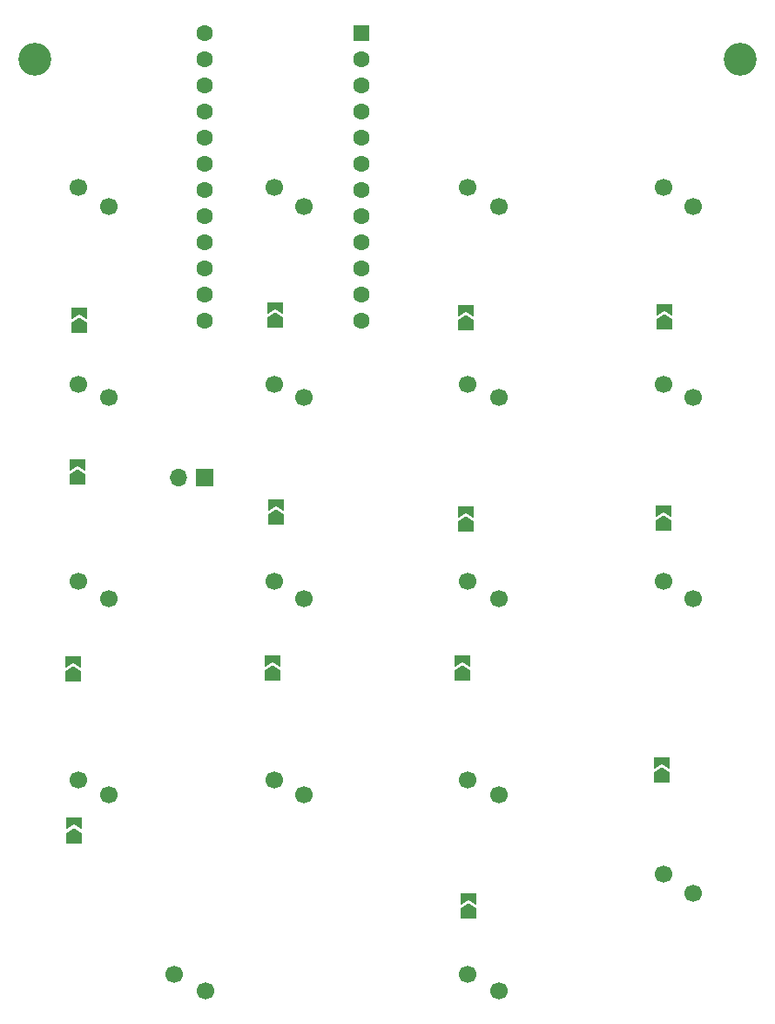
<source format=gts>
%TF.GenerationSoftware,KiCad,Pcbnew,(6.0.0)*%
%TF.CreationDate,2022-03-13T19:29:42-04:00*%
%TF.ProjectId,numpad_pcb,6e756d70-6164-45f7-9063-622e6b696361,rev?*%
%TF.SameCoordinates,Original*%
%TF.FileFunction,Soldermask,Top*%
%TF.FilePolarity,Negative*%
%FSLAX46Y46*%
G04 Gerber Fmt 4.6, Leading zero omitted, Abs format (unit mm)*
G04 Created by KiCad (PCBNEW (6.0.0)) date 2022-03-13 19:29:42*
%MOMM*%
%LPD*%
G01*
G04 APERTURE LIST*
G04 Aperture macros list*
%AMFreePoly0*
4,1,6,1.000000,0.000000,0.500000,-0.750000,-0.500000,-0.750000,-0.500000,0.750000,0.500000,0.750000,1.000000,0.000000,1.000000,0.000000,$1*%
%AMFreePoly1*
4,1,6,0.500000,-0.750000,-0.650000,-0.750000,-0.150000,0.000000,-0.650000,0.750000,0.500000,0.750000,0.500000,-0.750000,0.500000,-0.750000,$1*%
G04 Aperture macros list end*
%ADD10FreePoly0,90.000000*%
%ADD11FreePoly1,90.000000*%
%ADD12C,1.700000*%
%ADD13C,3.200000*%
%ADD14R,1.700000X1.700000*%
%ADD15O,1.700000X1.700000*%
%ADD16R,1.600000X1.600000*%
%ADD17C,1.600000*%
G04 APERTURE END LIST*
D10*
%TO.C,J11*%
X154940000Y-86032000D03*
D11*
X154940000Y-84582000D03*
%TD*%
D10*
%TO.C,J7*%
X136372600Y-66282400D03*
D11*
X136372600Y-64832400D03*
%TD*%
D10*
%TO.C,J8*%
X136474200Y-85408600D03*
D11*
X136474200Y-83958600D03*
%TD*%
D10*
%TO.C,J15*%
X174117000Y-85942000D03*
D11*
X174117000Y-84492000D03*
%TD*%
D10*
%TO.C,J14*%
X174269400Y-66434800D03*
D11*
X174269400Y-64984800D03*
%TD*%
D12*
%TO.C,J1*%
X117220000Y-53160000D03*
X120200000Y-54940000D03*
X136320000Y-53160000D03*
X139210000Y-54940000D03*
X155120000Y-53160000D03*
X158110000Y-54940000D03*
X174160000Y-53160000D03*
X177010000Y-54940000D03*
X117220000Y-72260000D03*
X120200000Y-73530000D03*
X136320000Y-72260000D03*
X139210000Y-73530000D03*
X155120000Y-72260000D03*
X158110000Y-73530000D03*
X174160000Y-72260000D03*
X177010000Y-73530000D03*
X117220000Y-91350000D03*
X120200000Y-93060000D03*
X136320000Y-91350000D03*
X139210000Y-93060000D03*
X155120000Y-91350000D03*
X158110000Y-93060000D03*
X174160000Y-91350000D03*
X177010000Y-93060000D03*
X117220000Y-110680000D03*
X120200000Y-112090000D03*
X136320000Y-110680000D03*
X139210000Y-112090000D03*
X155120000Y-110680000D03*
X158110000Y-112090000D03*
X174160000Y-119870000D03*
X177010000Y-121660000D03*
X126580000Y-129540000D03*
X129590000Y-131180000D03*
X155120000Y-129540000D03*
X158110000Y-131180000D03*
%TD*%
D10*
%TO.C,J9*%
X136144000Y-100521600D03*
D11*
X136144000Y-99071600D03*
%TD*%
D13*
%TO.C,REF\u002A\u002A*%
X113030000Y-40640000D03*
%TD*%
D10*
%TO.C,J10*%
X154889200Y-66511000D03*
D11*
X154889200Y-65061000D03*
%TD*%
D10*
%TO.C,J6*%
X116840000Y-116332000D03*
D11*
X116840000Y-114882000D03*
%TD*%
D10*
%TO.C,J13*%
X155143200Y-123635600D03*
D11*
X155143200Y-122185600D03*
%TD*%
D10*
%TO.C,J4*%
X116738400Y-100597800D03*
D11*
X116738400Y-99147800D03*
%TD*%
D10*
%TO.C,J17*%
X173990000Y-110453000D03*
D11*
X173990000Y-109003000D03*
%TD*%
D13*
%TO.C,REF\u002A\u002A*%
X181610000Y-40640000D03*
%TD*%
D10*
%TO.C,J12*%
X154559000Y-100521600D03*
D11*
X154559000Y-99071600D03*
%TD*%
D10*
%TO.C,J3*%
X117195600Y-81471600D03*
D11*
X117195600Y-80021600D03*
%TD*%
D10*
%TO.C,J2*%
X117322600Y-66739600D03*
D11*
X117322600Y-65289600D03*
%TD*%
D14*
%TO.C,B1*%
X129540000Y-81280000D03*
D15*
X127000000Y-81280000D03*
%TD*%
D16*
%TO.C,U1*%
X144780000Y-38100000D03*
D17*
X144780000Y-40640000D03*
X144780000Y-43180000D03*
X144780000Y-45720000D03*
X144780000Y-48260000D03*
X144780000Y-50800000D03*
X144780000Y-53340000D03*
X144780000Y-55880000D03*
X144780000Y-58420000D03*
X144780000Y-60960000D03*
X144780000Y-63500000D03*
X144780000Y-66040000D03*
X129540000Y-66040000D03*
X129540000Y-63500000D03*
X129540000Y-60960000D03*
X129540000Y-58420000D03*
X129540000Y-55880000D03*
X129540000Y-53340000D03*
X129540000Y-50800000D03*
X129540000Y-48260000D03*
X129540000Y-45720000D03*
X129540000Y-43180000D03*
X129540000Y-40640000D03*
X129540000Y-38100000D03*
%TD*%
M02*

</source>
